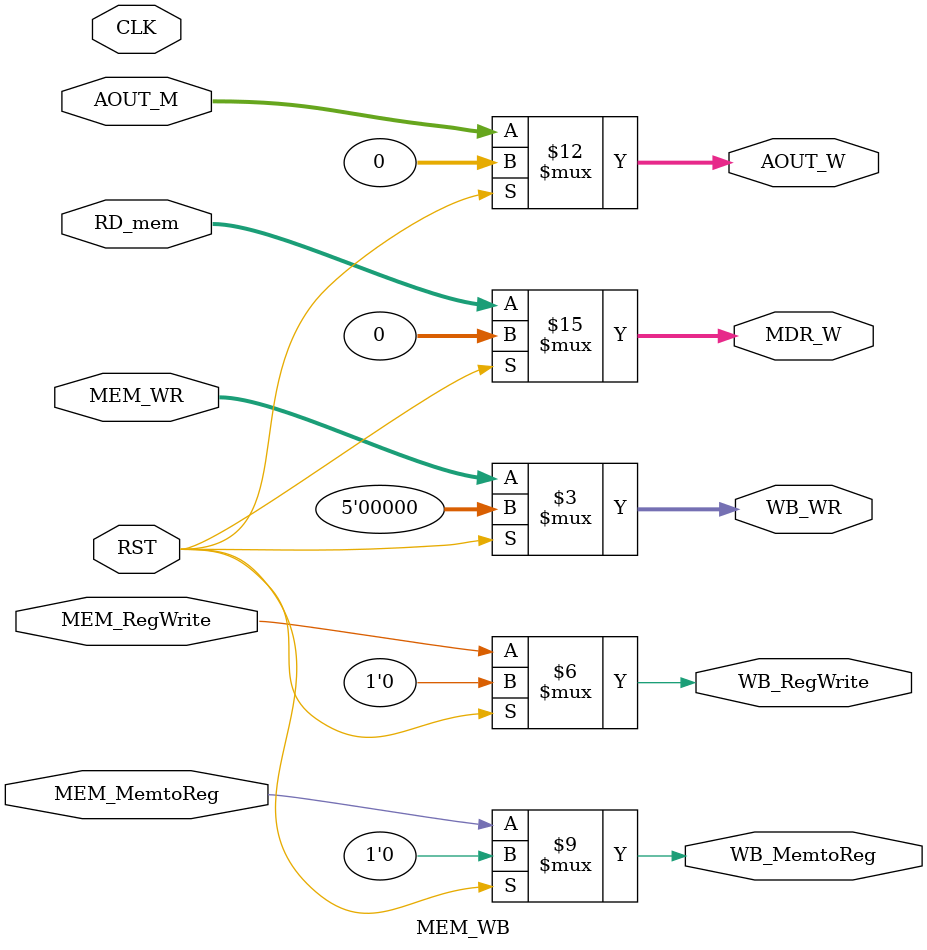
<source format=v>
module MEM_WB (RD_mem, AOUT_M, MEM_MemtoReg, MEM_RegWrite, WB_WR, 
MDR_W, AOUT_W, WB_MemtoReg, WB_RegWrite, MEM_WR, CLK, RST);
    
    input CLK;
    input RST;
    input [31:0] RD_mem;
    input [31:0] AOUT_M;
    input MEM_MemtoReg;
    input MEM_RegWrite;
    input [4:0] MEM_WR;

    output reg [31:0] MDR_W;
    output reg [31:0] AOUT_W;
    output reg WB_MemtoReg;
    output reg WB_RegWrite;
    output reg [4:0] WB_WR;


    always @(*) begin
        if(RST) begin
            MDR_W <= 0;
            AOUT_W <= 0;
            WB_MemtoReg <= 0;
            WB_RegWrite <= 0;
            WB_WR <= 0;
        end else begin
        MDR_W <= RD_mem;
        AOUT_W <= AOUT_M;
        WB_MemtoReg <= MEM_MemtoReg;
        WB_RegWrite <= MEM_RegWrite;
        WB_WR <= MEM_WR;
        // $display("%2t: MEM_WB", $time);
        end
    end
endmodule
</source>
